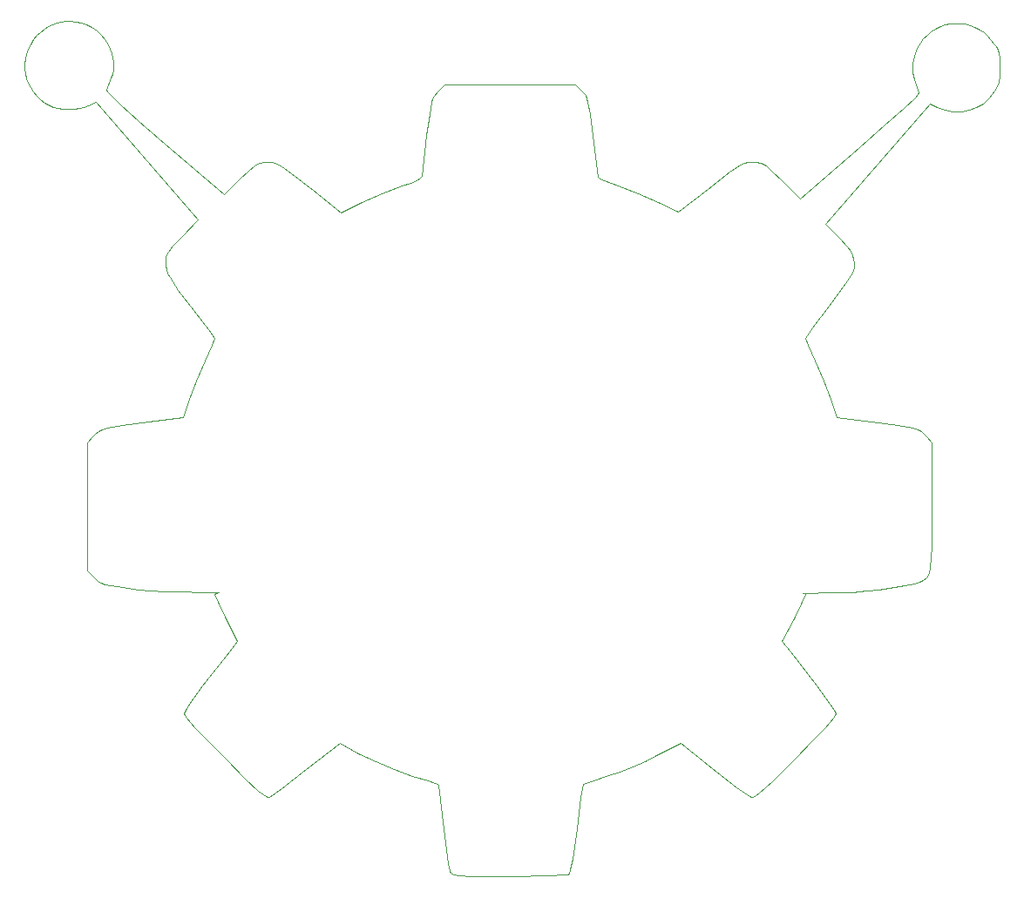
<source format=gm1>
G04 #@! TF.GenerationSoftware,KiCad,Pcbnew,no-vcs-found-1773985~61~ubuntu16.04.1*
G04 #@! TF.CreationDate,2018-02-01T00:18:09+01:00*
G04 #@! TF.ProjectId,ripolab_protroboard_v2,7269706F6C61625F70726F74726F626F,rev?*
G04 #@! TF.SameCoordinates,Original*
G04 #@! TF.FileFunction,Profile,NP*
%FSLAX46Y46*%
G04 Gerber Fmt 4.6, Leading zero omitted, Abs format (unit mm)*
G04 Created by KiCad (PCBNEW no-vcs-found-1773985~61~ubuntu16.04.1) date Thu Feb  1 00:18:09 2018*
%MOMM*%
%LPD*%
G01*
G04 APERTURE LIST*
%ADD10C,0.000001*%
G04 APERTURE END LIST*
D10*
X168963357Y-66821690D02*
X168465839Y-66563538D01*
X169600965Y-67351867D02*
X168963357Y-66821690D01*
X170549641Y-68272763D02*
X169600965Y-67351867D01*
X172271637Y-69985940D02*
X170549641Y-68272763D01*
X178042861Y-65008466D02*
X172271637Y-69985940D01*
X180538975Y-62831319D02*
X178042861Y-65008466D01*
X182339192Y-61207048D02*
X180538975Y-62831319D01*
X183425917Y-60152025D02*
X182339192Y-61207048D01*
X183696224Y-59843099D02*
X183425917Y-60152025D01*
X183781562Y-59682624D02*
X183696224Y-59843099D01*
X183662597Y-59177662D02*
X183781562Y-59682624D01*
X183421619Y-58452312D02*
X183662597Y-59177662D01*
X183307398Y-58083072D02*
X183421619Y-58452312D01*
X183234745Y-57703905D02*
X183307398Y-58083072D01*
X183213409Y-56925203D02*
X183234745Y-57703905D01*
X183356123Y-56135048D02*
X183213409Y-56925203D01*
X183661403Y-55352277D02*
X183356123Y-56135048D01*
X183933570Y-54881916D02*
X183661403Y-55352277D01*
X184252379Y-54460301D02*
X183933570Y-54881916D01*
X120710985Y-128194816D02*
X121928814Y-127340747D01*
X120567732Y-128196791D02*
X120710985Y-128194816D01*
X120355139Y-128101714D02*
X120567732Y-128196791D01*
X119633163Y-127542764D02*
X120355139Y-128101714D01*
X118367512Y-126362844D02*
X119633163Y-127542764D01*
X116380638Y-124406843D02*
X118367512Y-126362844D01*
X114678696Y-122686374D02*
X116380638Y-124406843D01*
X97774421Y-59622278D02*
X98100633Y-60012094D01*
X100488414Y-52821540D02*
X100061022Y-52925470D01*
X98906141Y-60697963D02*
X99383915Y-60985668D01*
X96997584Y-57847873D02*
X97111070Y-58315397D01*
X97788055Y-54557193D02*
X97500000Y-55000000D01*
X97278879Y-58769755D02*
X97500249Y-59206774D01*
X100196759Y-61238049D02*
X100695436Y-61298192D01*
X98100633Y-60012094D02*
X98478127Y-60372047D01*
X100921358Y-52762461D02*
X100488414Y-52821540D01*
X96936617Y-56890023D02*
X96939179Y-57371356D01*
X96990658Y-56408046D02*
X96936617Y-56890023D01*
X97102062Y-55929601D02*
X96990658Y-56408046D01*
X100061022Y-52925470D02*
X99642871Y-53074729D01*
X149672207Y-135682671D02*
X149847122Y-135614726D01*
X149287016Y-135742169D02*
X149672207Y-135682671D01*
X148004680Y-135835506D02*
X149287016Y-135742169D01*
X144224245Y-135917378D02*
X148004680Y-135835506D01*
X140407672Y-135855366D02*
X144224245Y-135917378D01*
X139080161Y-135768848D02*
X140407672Y-135855366D01*
X138665608Y-135711438D02*
X139080161Y-135768848D01*
X138456808Y-135644492D02*
X138665608Y-135711438D01*
X98136514Y-54134614D02*
X97788055Y-54557193D01*
X184612291Y-54088365D02*
X184252379Y-54460301D01*
X185007767Y-53767042D02*
X184612291Y-54088365D01*
X185433267Y-53497264D02*
X185007767Y-53767042D01*
X185883254Y-53279965D02*
X185433267Y-53497264D01*
X186352189Y-53116077D02*
X185883254Y-53279965D01*
X186834532Y-53006535D02*
X186352189Y-53116077D01*
X187324743Y-52952271D02*
X186834532Y-53006535D01*
X187817289Y-52954218D02*
X187324743Y-52952271D01*
X188306628Y-53013309D02*
X187817289Y-52954218D01*
X188787219Y-53130477D02*
X188306628Y-53013309D01*
X189253526Y-53306655D02*
X188787219Y-53130477D01*
X189700010Y-53542777D02*
X189253526Y-53306655D01*
X190121134Y-53839776D02*
X189700010Y-53542777D01*
X190511354Y-54198584D02*
X190121134Y-53839776D01*
X191127764Y-54903771D02*
X190511354Y-54198584D01*
X191332827Y-55215030D02*
X191127764Y-54903771D01*
X191480864Y-55529811D02*
X191332827Y-55215030D01*
X191580677Y-55871425D02*
X191480864Y-55529811D01*
X122852138Y-67532634D02*
X122166523Y-67027037D01*
X124985083Y-69200458D02*
X122852138Y-67532634D01*
X127684383Y-71328150D02*
X124985083Y-69200458D01*
X129664350Y-70367932D02*
X127684383Y-71328150D01*
X131633352Y-69501914D02*
X129664350Y-70367932D01*
X133586246Y-68768857D02*
X131633352Y-69501914D01*
X134466102Y-68461606D02*
X133586246Y-68768857D01*
X135070277Y-68206799D02*
X134466102Y-68461606D01*
X135418884Y-67994482D02*
X135070277Y-68206799D01*
X135503635Y-67901148D02*
X135418884Y-67994482D01*
X135532035Y-67814703D02*
X135503635Y-67901148D01*
X136001670Y-63846504D02*
X135532035Y-67814703D01*
X136278203Y-61758358D02*
X136001670Y-63846504D01*
X136489000Y-60598343D02*
X136278203Y-61758358D01*
X136599671Y-60249436D02*
X136489000Y-60598343D01*
X136729812Y-59992224D02*
X136599671Y-60249436D01*
X137096384Y-59565767D02*
X136729812Y-59992224D01*
X137725322Y-58936279D02*
X137096384Y-59565767D01*
X144090204Y-58936279D02*
X137725322Y-58936279D01*
X150453985Y-58936279D02*
X144090204Y-58936279D01*
X151067488Y-59549230D02*
X150453985Y-58936279D01*
X103638746Y-106791105D02*
X104100943Y-107222846D01*
X103071545Y-106184768D02*
X103638746Y-106791105D01*
X103071545Y-99948870D02*
X103071545Y-106184768D01*
X103071545Y-93712973D02*
X103071545Y-99948870D01*
X103584175Y-93103878D02*
X103071545Y-93712973D01*
X103831402Y-92841453D02*
X103584175Y-93103878D01*
X104113793Y-92626186D02*
X103831402Y-92841453D01*
X151998189Y-126619102D02*
X153673107Y-126069330D01*
X151222956Y-126915996D02*
X151998189Y-126619102D01*
X151130934Y-127288919D02*
X151222956Y-126915996D01*
X150979725Y-128218032D02*
X151130934Y-127288919D01*
X150583545Y-131184608D02*
X150979725Y-128218032D01*
X150158789Y-134198591D02*
X150583545Y-131184608D01*
X149976722Y-135179051D02*
X150158789Y-134198591D01*
X149847122Y-135614726D02*
X149976722Y-135179051D01*
X171658709Y-110856900D02*
X172438444Y-109250703D01*
X170554625Y-113035303D02*
X171658709Y-110856900D01*
X171335697Y-114060563D02*
X170554625Y-113035303D01*
X173929718Y-117375573D02*
X171335697Y-114060563D01*
X175211204Y-119111813D02*
X173929718Y-117375573D01*
X175601718Y-119732569D02*
X175211204Y-119111813D01*
X175745973Y-120070462D02*
X175601718Y-119732569D01*
X175682295Y-120227637D02*
X175745973Y-120070462D01*
X175491087Y-120499906D02*
X175682295Y-120227637D01*
X166112805Y-127221228D02*
X167357027Y-128115994D01*
X163779087Y-125417244D02*
X166112805Y-127221228D01*
X160669681Y-122965989D02*
X163779087Y-125417244D01*
X158329224Y-124152756D02*
X160669681Y-122965989D01*
X157237724Y-124671226D02*
X158329224Y-124152756D01*
X155996000Y-125205377D02*
X157237724Y-124671226D01*
X154756858Y-125692360D02*
X155996000Y-125205377D01*
X153673107Y-126069330D02*
X154756858Y-125692360D01*
X98849062Y-53511146D02*
X98480785Y-53799260D01*
X98480785Y-53799260D02*
X98136514Y-54134614D01*
X184066999Y-92626719D02*
X183707428Y-92447460D01*
X184348888Y-92841784D02*
X184066999Y-92626719D01*
X184595725Y-93103909D02*
X184348888Y-92841784D01*
X185107803Y-93713004D02*
X184595725Y-93103909D01*
X185107803Y-99780781D02*
X185107803Y-93713004D01*
X185083560Y-103706625D02*
X185107803Y-99780781D01*
X185033296Y-104955803D02*
X185083560Y-103706625D01*
X184939878Y-105836418D02*
X185033296Y-104955803D01*
X184790004Y-106428921D02*
X184939878Y-105836418D01*
X184570381Y-106813762D02*
X184790004Y-106428921D01*
X184267704Y-107071394D02*
X184570381Y-106813762D01*
X101223069Y-61314629D02*
X101755247Y-61287603D01*
X101356138Y-52747785D02*
X101356138Y-52747785D01*
X101911975Y-52793268D02*
X101356138Y-52747785D01*
X102456951Y-52910192D02*
X101911975Y-52793268D01*
X102983207Y-53097512D02*
X102456951Y-52910192D01*
X103482886Y-53354186D02*
X102983207Y-53097512D01*
X103948127Y-53679167D02*
X103482886Y-53354186D01*
X104371074Y-54071412D02*
X103948127Y-53679167D01*
X104743868Y-54529878D02*
X104371074Y-54071412D01*
X105058651Y-55053519D02*
X104743868Y-54529878D01*
X105396567Y-55881880D02*
X105058651Y-55053519D01*
X174788500Y-72476333D02*
X179272636Y-67299319D01*
X176071728Y-73782162D02*
X174788500Y-72476333D01*
X176889026Y-74705036D02*
X176071728Y-73782162D01*
X177169758Y-75113281D02*
X176889026Y-74705036D01*
X177370986Y-75499476D02*
X177169758Y-75113281D01*
X177497037Y-75873680D02*
X177370986Y-75499476D01*
X177552237Y-76245957D02*
X177497037Y-75873680D01*
X177540920Y-76626364D02*
X177552237Y-76245957D01*
X177467410Y-77024961D02*
X177540920Y-76626364D01*
X177239019Y-77445805D02*
X177467410Y-77024961D01*
X176707786Y-78230640D02*
X177239019Y-77445805D01*
X175053636Y-80443598D02*
X176707786Y-78230640D01*
X113441881Y-121377493D02*
X114678696Y-122686374D01*
X112687631Y-120499186D02*
X113441881Y-121377493D01*
X112496918Y-120227426D02*
X112687631Y-120499186D01*
X112433385Y-120070431D02*
X112496918Y-120227426D01*
X112577679Y-119732538D02*
X112433385Y-120070431D01*
X112968188Y-119111782D02*
X112577679Y-119732538D01*
X114249640Y-117375542D02*
X112968188Y-119111782D01*
X138362439Y-135532879D02*
X138456808Y-135644492D01*
X138271840Y-135332007D02*
X138362439Y-135532879D01*
X138088726Y-134593341D02*
X138271840Y-135332007D01*
X137881016Y-133290222D02*
X138088726Y-134593341D01*
X137622269Y-131284379D02*
X137881016Y-133290222D01*
X137120664Y-126987105D02*
X137622269Y-131284379D01*
X137042243Y-126897237D02*
X137120664Y-126987105D01*
X136828725Y-126789279D02*
X137042243Y-126897237D01*
X183868681Y-107282268D02*
X184267704Y-107071394D01*
X183350267Y-107436220D02*
X183868681Y-107282268D01*
X182426382Y-107623994D02*
X183350267Y-107436220D01*
X179885047Y-108006015D02*
X182426382Y-107623994D01*
X178711279Y-108138883D02*
X179885047Y-108006015D01*
X177364379Y-108239168D02*
X178711279Y-108138883D01*
X175450531Y-108311072D02*
X177364379Y-108239168D01*
X172575931Y-108358793D02*
X175450531Y-108311072D01*
X172712888Y-108400023D02*
X172575931Y-108358793D01*
X172762794Y-108447538D02*
X172712888Y-108400023D01*
X172438444Y-109250703D02*
X172762794Y-108447538D01*
X173435665Y-82556392D02*
X175053636Y-80443598D01*
X172762785Y-83521033D02*
X173435665Y-82556392D01*
X173047389Y-84232818D02*
X172762785Y-83521033D01*
X173731823Y-85738019D02*
X173047389Y-84232818D01*
X174578453Y-87697245D02*
X173731823Y-85738019D01*
X175252626Y-89500617D02*
X174578453Y-87697245D01*
X175844632Y-91244660D02*
X175252626Y-89500617D01*
X179252242Y-91694451D02*
X175844632Y-91244660D01*
X181736300Y-92012008D02*
X179252242Y-91694451D01*
X183227540Y-92292757D02*
X181736300Y-92012008D01*
X183707428Y-92447460D02*
X183227540Y-92292757D01*
X99237655Y-53269795D02*
X98849062Y-53511146D01*
X111342379Y-74611933D02*
X110870641Y-75204450D01*
X112212899Y-73696142D02*
X111342379Y-74611933D01*
X100695436Y-61298192D02*
X101223069Y-61314629D01*
X113601170Y-87697214D02*
X112927274Y-89500586D01*
X114447526Y-85737988D02*
X113601170Y-87697214D01*
X115132233Y-84234917D02*
X114447526Y-85737988D01*
X115417114Y-83528168D02*
X115132233Y-84234917D01*
X114823601Y-82674776D02*
X115417114Y-83528168D01*
X113396910Y-80819495D02*
X114823601Y-82674776D01*
X136126821Y-126573142D02*
X136828725Y-126789279D01*
X134649710Y-126143111D02*
X136126821Y-126573142D01*
X132872734Y-125492569D02*
X134649710Y-126143111D01*
X131041044Y-124718374D02*
X132872734Y-125492569D01*
X129399792Y-123917385D02*
X131041044Y-124718374D01*
X127552117Y-122931261D02*
X129399792Y-123917385D01*
X124321996Y-125490554D02*
X127552117Y-122931261D01*
X121928814Y-127340747D02*
X124321996Y-125490554D01*
X113787170Y-72078325D02*
X112212899Y-73696142D01*
X109403906Y-67000529D02*
X113787170Y-72078325D01*
X111876851Y-78858626D02*
X113396910Y-80819495D01*
X111050127Y-77667039D02*
X111876851Y-78858626D01*
X110831336Y-77249858D02*
X111050127Y-77667039D01*
X110707363Y-76893163D02*
X110831336Y-77249858D01*
X110652035Y-76553001D02*
X110707363Y-76893163D01*
X110639179Y-76185429D02*
X110652035Y-76553001D01*
X110573335Y-108207773D02*
X115854779Y-108320177D01*
X109139180Y-108119009D02*
X110573335Y-108207773D01*
X108049570Y-108003227D02*
X109139180Y-108119009D01*
X105913638Y-107721129D02*
X108049570Y-108003227D01*
X104728335Y-107496929D02*
X105913638Y-107721129D01*
X104369445Y-107372858D02*
X104728335Y-107496929D01*
X104100943Y-107222846D02*
X104369445Y-107372858D01*
X191641075Y-56263180D02*
X191580677Y-55871425D01*
X191678828Y-57290351D02*
X191641075Y-56263180D01*
X191659581Y-58072352D02*
X191678828Y-57290351D01*
X191584541Y-58633968D02*
X191659581Y-58072352D01*
X191427803Y-59089047D02*
X191584541Y-58633968D01*
X191163451Y-59551436D02*
X191427803Y-59089047D01*
X190651918Y-60208907D02*
X191163451Y-59551436D01*
X190058768Y-60740997D02*
X190651918Y-60208907D01*
X189397733Y-61143935D02*
X190058768Y-60740997D01*
X188682540Y-61413948D02*
X189397733Y-61143935D01*
X187926924Y-61547266D02*
X188682540Y-61413948D01*
X187144612Y-61540117D02*
X187926924Y-61547266D01*
X186349338Y-61388728D02*
X187144612Y-61540117D01*
X185554835Y-61089328D02*
X186349338Y-61388728D01*
X184881802Y-60769623D02*
X185554835Y-61089328D01*
X184319562Y-61445964D02*
X184881802Y-60769623D01*
X179272636Y-67299319D02*
X184319562Y-61445964D01*
X101755247Y-61287603D02*
X102267558Y-61217358D01*
X116844210Y-114060532D02*
X114249640Y-117375542D01*
X117624731Y-113035272D02*
X116844210Y-114060532D01*
X116520647Y-110856869D02*
X117624731Y-113035272D01*
X115741188Y-109250672D02*
X116520647Y-110856869D01*
X115417114Y-108447507D02*
X115741188Y-109250672D01*
X115527542Y-108376494D02*
X115417114Y-108447507D01*
X115854779Y-108320177D02*
X115527542Y-108376494D01*
X105559782Y-56694588D02*
X105396567Y-55881880D01*
X105575724Y-57093530D02*
X105559782Y-56694588D01*
X105547810Y-57486712D02*
X105575724Y-57093530D01*
X105475977Y-57873514D02*
X105547810Y-57486712D01*
X105360165Y-58253323D02*
X105475977Y-57873514D01*
X104937934Y-59442846D02*
X105360165Y-58253323D01*
X104997632Y-59589023D02*
X104937934Y-59442846D01*
X105231308Y-59871164D02*
X104997632Y-59589023D01*
X106240440Y-60861725D02*
X105231308Y-59871164D01*
X108005021Y-62451293D02*
X106240440Y-60861725D01*
X110564740Y-64676635D02*
X108005021Y-62451293D01*
X116290764Y-69602295D02*
X110564740Y-64676635D01*
X117821489Y-68080389D02*
X116290764Y-69602295D01*
X118666989Y-67264448D02*
X117821489Y-68080389D01*
X119251582Y-66791620D02*
X118666989Y-67264448D01*
X119732840Y-66557069D02*
X119251582Y-66791620D01*
X120268334Y-66455958D02*
X119732840Y-66557069D01*
X120633876Y-66419773D02*
X120268334Y-66455958D01*
X120949499Y-66425631D02*
X120633876Y-66419773D01*
X121272170Y-66506691D02*
X120949499Y-66425631D01*
X121658856Y-66696108D02*
X121272170Y-66506691D01*
X122166523Y-67027037D02*
X121658856Y-66696108D01*
X151424124Y-59970099D02*
X151067488Y-59549230D01*
X151552227Y-60231431D02*
X151424124Y-59970099D01*
X151662573Y-60589468D02*
X151552227Y-60231431D01*
X151877161Y-61783982D02*
X151662573Y-60589468D01*
X152162200Y-63930289D02*
X151877161Y-61783982D01*
X152648373Y-67914473D02*
X152162200Y-63930289D01*
X152802974Y-68048863D02*
X152648373Y-67914473D01*
X153221301Y-68254696D02*
X152802974Y-68048863D01*
X154593612Y-68768857D02*
X153221301Y-68254696D01*
X156542545Y-69500166D02*
X154593612Y-68768857D01*
X158502280Y-70361869D02*
X156542545Y-69500166D01*
X160470116Y-71316023D02*
X158502280Y-70361869D01*
X163310531Y-69076435D02*
X160470116Y-71316023D01*
X165448104Y-67424564D02*
X163310531Y-69076435D01*
X166598530Y-66597620D02*
X165448104Y-67424564D01*
X166844238Y-66509776D02*
X166598530Y-66597620D01*
X167172553Y-66454963D02*
X166844238Y-66509776D01*
X167937431Y-66458714D02*
X167172553Y-66454963D01*
X168465839Y-66563538D02*
X167937431Y-66458714D01*
X174734754Y-121380301D02*
X175491087Y-120499906D01*
X173494325Y-122692772D02*
X174734754Y-121380301D01*
X171787143Y-124418451D02*
X173494325Y-122692772D01*
X169566901Y-126612785D02*
X171787143Y-124418451D01*
X168325284Y-127763022D02*
X169566901Y-126612785D01*
X167960452Y-128039165D02*
X168325284Y-127763022D01*
X167707067Y-128165358D02*
X167960452Y-128039165D01*
X167520725Y-128178622D02*
X167707067Y-128165358D01*
X167357027Y-128115994D02*
X167520725Y-128178622D01*
X99751448Y-61133956D02*
X100196759Y-61238049D01*
X103134935Y-60948186D02*
X103895061Y-60570603D01*
X102735591Y-61104138D02*
X103134935Y-60948186D01*
X104473760Y-92446924D02*
X104113793Y-92626186D01*
X104953712Y-92292517D02*
X104473760Y-92446924D01*
X106443217Y-92013682D02*
X104953712Y-92292517D01*
X108921593Y-91700485D02*
X106443217Y-92013682D01*
X112329206Y-91250694D02*
X108921593Y-91700485D01*
X112927274Y-89500586D02*
X112329206Y-91250694D01*
X104457851Y-61246945D02*
X109403906Y-67000529D01*
X103895061Y-60570603D02*
X104457851Y-61246945D01*
X101356162Y-52747755D02*
X100921358Y-52762461D01*
X96939179Y-57371356D02*
X96997584Y-57847873D01*
X97500249Y-59206774D02*
X97774421Y-59622278D01*
X102267558Y-61217358D02*
X102735591Y-61104138D01*
X98478127Y-60372047D02*
X98906141Y-60697963D01*
X110676603Y-75665138D02*
X110639179Y-76185429D01*
X110746478Y-75439309D02*
X110676603Y-75665138D01*
X110870641Y-75204450D02*
X110746478Y-75439309D01*
X97271589Y-55458861D02*
X97102062Y-55929601D01*
X99642871Y-53074729D02*
X99237655Y-53269795D01*
X97111070Y-58315397D02*
X97278879Y-58769755D01*
X99383915Y-60985668D02*
X99751448Y-61133956D01*
X97500000Y-55000000D02*
X97271589Y-55458861D01*
M02*

</source>
